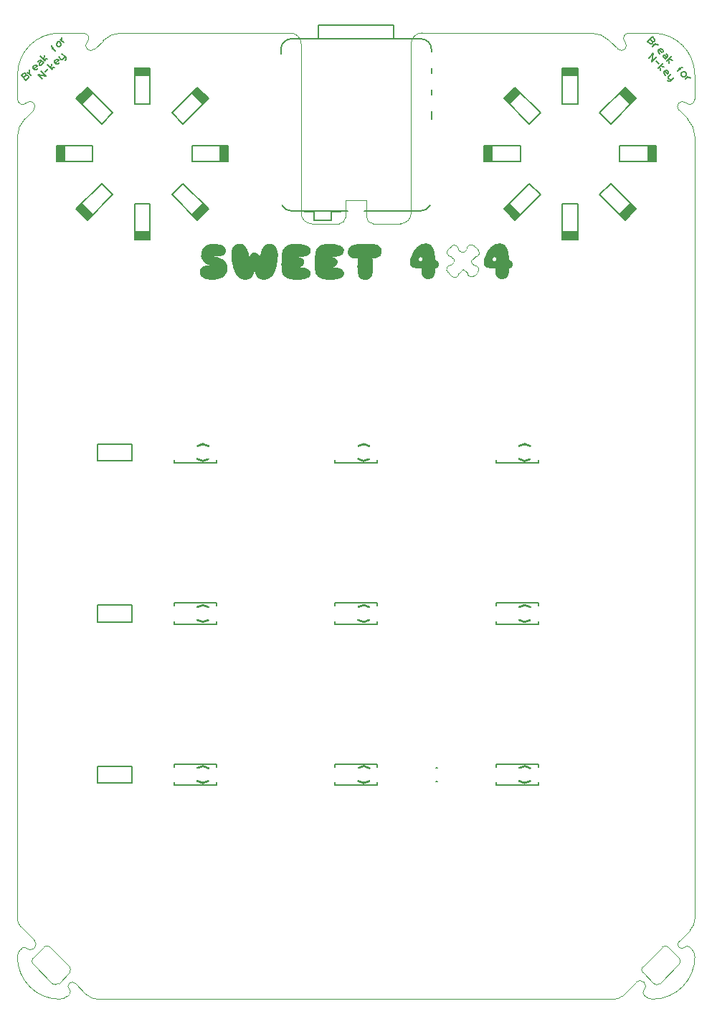
<source format=gto>
G04*
G04 #@! TF.GenerationSoftware,Altium Limited,Altium Designer,24.7.2 (38)*
G04*
G04 Layer_Color=65535*
%FSLAX25Y25*%
%MOIN*%
G70*
G04*
G04 #@! TF.SameCoordinates,4FB6B1DA-FF44-45C5-9F46-3DC55F4CF08E*
G04*
G04*
G04 #@! TF.FilePolarity,Positive*
G04*
G01*
G75*
%ADD10C,0.00984*%
%ADD11C,0.00787*%
%ADD12C,0.00787*%
%ADD13C,0.00591*%
G04:AMPARAMS|DCode=14|XSize=38.66mil|YSize=72.84mil|CornerRadius=0mil|HoleSize=0mil|Usage=FLASHONLY|Rotation=45.000|XOffset=0mil|YOffset=0mil|HoleType=Round|Shape=Rectangle|*
%AMROTATEDRECTD14*
4,1,4,0.01208,-0.03942,-0.03942,0.01208,-0.01208,0.03942,0.03942,-0.01208,0.01208,-0.03942,0.0*
%
%ADD14ROTATEDRECTD14*%

%ADD15R,0.07284X0.03866*%
%ADD16R,0.03866X0.07284*%
G04:AMPARAMS|DCode=17|XSize=38.66mil|YSize=72.84mil|CornerRadius=0mil|HoleSize=0mil|Usage=FLASHONLY|Rotation=135.000|XOffset=0mil|YOffset=0mil|HoleType=Round|Shape=Rectangle|*
%AMROTATEDRECTD17*
4,1,4,0.03942,0.01208,-0.01208,-0.03942,-0.03942,-0.01208,0.01208,0.03942,0.03942,0.01208,0.0*
%
%ADD17ROTATEDRECTD17*%

%ADD18C,0.00394*%
G36*
X163591Y337198D02*
X163580Y337247D01*
X163563Y337345D01*
X163552Y337444D01*
X163545Y337544D01*
X163545Y337594D01*
X163545D01*
X163542Y337729D01*
X163556Y337999D01*
X163590Y338267D01*
X163643Y338532D01*
X163680Y338662D01*
X163680Y338662D01*
X163711Y338771D01*
X163792Y338982D01*
X163890Y339185D01*
X164005Y339380D01*
X164071Y339472D01*
X164132Y339556D01*
X164267Y339714D01*
X164413Y339861D01*
X164571Y339996D01*
X164655Y340057D01*
Y340057D01*
X164737Y340117D01*
X164910Y340226D01*
X165088Y340325D01*
X165272Y340413D01*
X165367Y340452D01*
Y340452D01*
X165461Y340490D01*
X165653Y340559D01*
X165848Y340619D01*
X166045Y340670D01*
X166144Y340692D01*
Y340692D01*
X166241Y340713D01*
X166435Y340749D01*
X166629Y340778D01*
X166825Y340802D01*
X166923Y340811D01*
X166923D01*
Y340811D01*
X167086Y340825D01*
X167413Y340841D01*
X167740Y340844D01*
X168067Y340835D01*
X168230Y340824D01*
Y340824D01*
X168299Y340820D01*
X168437Y340808D01*
X168574Y340794D01*
X168711Y340777D01*
X168779Y340767D01*
X168779Y340767D01*
X168596Y340808D01*
X168233Y340906D01*
X167876Y341020D01*
X167523Y341151D01*
X167350Y341223D01*
Y341223D01*
X167350D01*
X167205Y341284D01*
X166922Y341421D01*
X166646Y341572D01*
X166377Y341737D01*
X166247Y341826D01*
X166247Y341826D01*
X165747Y342168D01*
X164947Y343079D01*
X164399Y344160D01*
X164137Y345343D01*
X164157Y345949D01*
X164157Y345949D01*
X164157Y346007D01*
X164162Y346125D01*
X164172Y346243D01*
X164185Y346360D01*
X164193Y346418D01*
X164193Y346418D01*
X164215Y346578D01*
X164274Y346894D01*
X164350Y347206D01*
X164443Y347514D01*
X164497Y347666D01*
X164497Y347666D01*
Y347666D01*
X164620Y348017D01*
X164979Y348670D01*
X165444Y349252D01*
X166000Y349747D01*
X166316Y349944D01*
Y349944D01*
X166316Y349944D01*
X166404Y349999D01*
X166584Y350101D01*
X166769Y350196D01*
X166957Y350282D01*
X167053Y350322D01*
Y350322D01*
X167053Y350322D01*
X167279Y350412D01*
X167745Y350556D01*
X168220Y350663D01*
X168702Y350730D01*
X168946Y350744D01*
X168946Y350744D01*
X168946Y350744D01*
X169006Y350748D01*
X169126Y350753D01*
X169247Y350755D01*
X169367Y350753D01*
X169428Y350750D01*
X169428D01*
X169625Y350759D01*
X170020Y350769D01*
X170415Y350771D01*
X170809Y350764D01*
X171007Y350756D01*
X171007Y350756D01*
Y350756D01*
X171169Y350750D01*
X171494Y350728D01*
X171818Y350698D01*
X172141Y350659D01*
X172301Y350635D01*
D01*
X172433Y350615D01*
X172694Y350567D01*
X172954Y350510D01*
X173211Y350444D01*
X173338Y350406D01*
X173442Y350375D01*
X173647Y350305D01*
X173849Y350226D01*
X174047Y350138D01*
X174144Y350089D01*
X174144Y350089D01*
X174224Y350049D01*
X174380Y349961D01*
X174531Y349865D01*
X174677Y349761D01*
X174747Y349705D01*
X174909Y349579D01*
X175184Y349274D01*
X175401Y348925D01*
X175555Y348545D01*
X175597Y348343D01*
D01*
X175619Y348235D01*
X175646Y348015D01*
X175655Y347793D01*
X175648Y347571D01*
X175636Y347461D01*
X175635Y347461D01*
X175625Y347355D01*
X175584Y347146D01*
X175523Y346942D01*
X175443Y346745D01*
X175394Y346651D01*
X175394D01*
X175347Y346564D01*
X175239Y346399D01*
X175116Y346244D01*
X174980Y346101D01*
X174906Y346036D01*
X174906D01*
X174830Y345970D01*
X174670Y345848D01*
X174502Y345736D01*
X174327Y345636D01*
X174236Y345592D01*
D01*
X174142Y345546D01*
X173948Y345462D01*
X173751Y345387D01*
X173550Y345321D01*
X173449Y345292D01*
X173449Y345292D01*
X173345Y345263D01*
X173136Y345211D01*
X172925Y345165D01*
X172713Y345126D01*
X172607Y345110D01*
X172503Y345094D01*
X172296Y345067D01*
X172087Y345044D01*
X171879Y345026D01*
X171774Y345019D01*
Y345019D01*
X171602Y345008D01*
X171257Y344996D01*
X170912Y344994D01*
X170567Y345001D01*
X170395Y345009D01*
Y345009D01*
X170323Y345012D01*
X170179Y345021D01*
X170036Y345031D01*
X169893Y345044D01*
X169821Y345052D01*
Y345052D01*
X169821D01*
X170057Y345022D01*
X170526Y344947D01*
X170992Y344856D01*
X171454Y344750D01*
X171684Y344689D01*
X171684Y344689D01*
X171873Y344639D01*
X172247Y344525D01*
X172616Y344395D01*
X172980Y344252D01*
X173159Y344173D01*
X173159Y344173D01*
X173307Y344108D01*
X173597Y343964D01*
X173881Y343808D01*
X174157Y343639D01*
X174292Y343548D01*
X174292D01*
X174404Y343472D01*
X174621Y343310D01*
X174830Y343138D01*
X175031Y342956D01*
X175127Y342860D01*
X175127D01*
X175208Y342779D01*
X175363Y342609D01*
X175509Y342433D01*
X175646Y342249D01*
X175711Y342154D01*
X175711Y342154D01*
X175811Y342007D01*
X175986Y341697D01*
X176134Y341374D01*
X176255Y341040D01*
X176302Y340868D01*
X176302Y340868D01*
X176302Y340868D01*
X176318Y340808D01*
X176346Y340686D01*
X176371Y340564D01*
X176391Y340441D01*
X176399Y340379D01*
Y340379D01*
X176407Y340323D01*
X176418Y340212D01*
X176424Y340101D01*
X176425Y339989D01*
X176423Y339933D01*
X176423Y339933D01*
X176424Y339741D01*
X176404Y339358D01*
X176362Y338977D01*
X176298Y338599D01*
X176254Y338412D01*
X176254D01*
X176186Y338109D01*
X175972Y337526D01*
X175685Y336975D01*
X175331Y336466D01*
X175122Y336235D01*
X175122D01*
X175030Y336135D01*
X174835Y335943D01*
X174629Y335762D01*
X174415Y335593D01*
X174303Y335514D01*
X174197Y335440D01*
X173980Y335300D01*
X173757Y335170D01*
X173528Y335049D01*
X173412Y334994D01*
Y334994D01*
X173129Y334863D01*
X172545Y334645D01*
X171946Y334474D01*
X171336Y334349D01*
X171027Y334311D01*
D01*
X170949Y334300D01*
X170792Y334283D01*
X170636Y334270D01*
X170479Y334261D01*
X170400Y334259D01*
X170166Y334241D01*
X169696Y334218D01*
X169225Y334211D01*
X168755Y334218D01*
X168520Y334228D01*
Y334228D01*
X168520Y334228D01*
X168331Y334237D01*
X167954Y334268D01*
X167578Y334313D01*
X167205Y334373D01*
X167019Y334410D01*
X167019Y334410D01*
X166870Y334439D01*
X166575Y334512D01*
X166284Y334598D01*
X165997Y334698D01*
X165855Y334754D01*
Y334754D01*
X165741Y334800D01*
X165517Y334903D01*
X165299Y335018D01*
X165088Y335144D01*
X164986Y335212D01*
Y335212D01*
X164830Y335315D01*
X164543Y335553D01*
X164283Y335820D01*
X164055Y336115D01*
X163957Y336273D01*
X163892Y336380D01*
X163780Y336604D01*
X163688Y336836D01*
X163616Y337076D01*
X163591Y337198D01*
X163591D01*
D02*
G37*
G36*
X180334Y336945D02*
X180417Y336812D01*
X180592Y336553D01*
X180777Y336301D01*
X180973Y336056D01*
X181075Y335938D01*
X181075Y335938D01*
Y335938D01*
X181135Y335869D01*
X181259Y335734D01*
X181387Y335603D01*
X181518Y335476D01*
X181586Y335414D01*
Y335414D01*
X181657Y335348D01*
X181804Y335222D01*
X181956Y335102D01*
X182111Y334986D01*
X182191Y334932D01*
X182191Y334932D01*
X182274Y334875D01*
X182445Y334768D01*
X182620Y334668D01*
X182799Y334577D01*
X182891Y334535D01*
X182891Y334535D01*
X183089Y334444D01*
X183501Y334306D01*
X183926Y334213D01*
X184359Y334166D01*
X184576Y334166D01*
X184576Y334166D01*
X185074Y334156D01*
X186042Y334386D01*
X186922Y334853D01*
X187656Y335526D01*
X187927Y335944D01*
X187927Y335944D01*
X187927Y335944D01*
X187988Y336033D01*
X188104Y336215D01*
X188214Y336403D01*
X188316Y336594D01*
X188363Y336691D01*
X188363Y336691D01*
X188408Y336782D01*
X188491Y336966D01*
X188570Y337153D01*
X188643Y337343D01*
X188677Y337438D01*
X188677D01*
Y337438D01*
X188748Y337637D01*
X188868Y338041D01*
X188968Y338451D01*
X189047Y338865D01*
X189076Y339074D01*
Y339074D01*
X189076Y339074D01*
X189079Y339092D01*
X189083Y339127D01*
X189087Y339162D01*
X189091Y339198D01*
X189093Y339215D01*
X189093Y339215D01*
X189092Y339150D01*
X189094Y339020D01*
X189099Y338890D01*
X189108Y338760D01*
X189114Y338695D01*
Y338695D01*
X189134Y338440D01*
X189213Y337935D01*
X189329Y337438D01*
X189484Y336951D01*
X189579Y336714D01*
X189579Y336714D01*
X189619Y336617D01*
X189707Y336428D01*
X189803Y336243D01*
X189907Y336062D01*
X189963Y335974D01*
X190022Y335881D01*
X190149Y335703D01*
X190286Y335533D01*
X190432Y335370D01*
X190509Y335293D01*
X190509D01*
X190683Y335121D01*
X191076Y334826D01*
X191504Y334588D01*
X191961Y334410D01*
X192199Y334352D01*
D01*
Y334352D01*
X192347Y334317D01*
X192645Y334263D01*
X192946Y334228D01*
X193249Y334211D01*
X193401Y334212D01*
X193401Y334212D01*
X193401Y334212D01*
X193444Y334211D01*
X193531Y334211D01*
X193618Y334214D01*
X193705Y334220D01*
X193748Y334224D01*
X193797Y334227D01*
X193895Y334238D01*
X193993Y334250D01*
X194090Y334264D01*
X194139Y334272D01*
X194679Y334361D01*
X195699Y334761D01*
X196614Y335364D01*
X197383Y336143D01*
X197679Y336604D01*
Y336604D01*
X197679Y336604D01*
X197753Y336717D01*
X197892Y336948D01*
X198021Y337184D01*
X198141Y337425D01*
X198196Y337548D01*
X198196D01*
X198219Y337596D01*
X198264Y337692D01*
X198307Y337788D01*
X198349Y337886D01*
X198369Y337935D01*
X198369Y337935D01*
X198369Y337935D01*
X198393Y337993D01*
X198441Y338110D01*
X198488Y338227D01*
X198533Y338345D01*
X198556Y338404D01*
Y338404D01*
X198586Y338483D01*
X198644Y338643D01*
X198701Y338803D01*
X198756Y338963D01*
X198782Y339043D01*
X198782Y339043D01*
X198782Y339043D01*
X198854Y339259D01*
X198987Y339694D01*
X199111Y340132D01*
X199224Y340573D01*
X199276Y340795D01*
X199276Y340795D01*
Y340795D01*
X199422Y341423D01*
X199643Y342694D01*
X199790Y343976D01*
X199863Y345264D01*
X199862Y345910D01*
X199862Y345910D01*
X199863Y345976D01*
X199860Y346108D01*
X199855Y346241D01*
X199846Y346373D01*
X199840Y346439D01*
X199821Y346697D01*
X199744Y347208D01*
X199630Y347712D01*
X199480Y348207D01*
X199388Y348448D01*
X199388D01*
X199388Y348448D01*
X199349Y348546D01*
X199265Y348737D01*
X199172Y348924D01*
X199071Y349107D01*
X199017Y349196D01*
Y349196D01*
X198961Y349289D01*
X198839Y349467D01*
X198708Y349639D01*
X198567Y349802D01*
X198492Y349880D01*
X198492Y349880D01*
X198221Y350153D01*
X197577Y350571D01*
X196859Y350844D01*
X196100Y350959D01*
X195717Y350935D01*
X195717D01*
X195662Y350933D01*
X195554Y350923D01*
X195446Y350908D01*
X195339Y350888D01*
X195286Y350875D01*
X195286Y350875D01*
X195226Y350861D01*
X195109Y350830D01*
X194993Y350794D01*
X194878Y350754D01*
X194821Y350732D01*
X194821D01*
X194821D01*
X194659Y350668D01*
X194347Y350510D01*
X194050Y350324D01*
X193772Y350113D01*
X193644Y349994D01*
X193644Y349994D01*
X193559Y349917D01*
X193397Y349753D01*
X193243Y349581D01*
X193098Y349402D01*
X193030Y349309D01*
X193030D01*
X192948Y349197D01*
X192796Y348965D01*
X192655Y348725D01*
X192525Y348479D01*
X192466Y348353D01*
Y348353D01*
X192394Y348200D01*
X192265Y347886D01*
X192148Y347568D01*
X192046Y347245D01*
X192002Y347081D01*
X192002Y347081D01*
X191947Y346880D01*
X191854Y346475D01*
X191775Y346066D01*
X191711Y345655D01*
X191687Y345448D01*
X191687Y345448D01*
X191657Y345194D01*
X191612Y344685D01*
X191583Y344175D01*
X191569Y343664D01*
X191570Y343408D01*
X191571Y343453D01*
X191571Y343544D01*
X191568Y343634D01*
X191564Y343724D01*
X191561Y343770D01*
X191561Y343770D01*
X191554Y343878D01*
X191531Y344095D01*
X191500Y344311D01*
X191461Y344526D01*
X191437Y344632D01*
X191437Y344632D01*
X191422Y344698D01*
X191388Y344828D01*
X191351Y344957D01*
X191309Y345085D01*
X191287Y345148D01*
X191287Y345148D01*
X191263Y345215D01*
X191211Y345346D01*
X191153Y345475D01*
X191090Y345602D01*
X191056Y345664D01*
X191056D01*
X191056D01*
X191021Y345728D01*
X190944Y345851D01*
X190861Y345970D01*
X190772Y346085D01*
X190724Y346140D01*
X190675Y346196D01*
X190569Y346302D01*
X190457Y346400D01*
X190338Y346491D01*
X190275Y346532D01*
X190275D01*
X190275Y346532D01*
X190128Y346626D01*
X189810Y346768D01*
X189474Y346863D01*
X189128Y346908D01*
X188954Y346905D01*
Y346905D01*
X188921Y346906D01*
X188856Y346905D01*
X188792Y346902D01*
X188727Y346897D01*
X188695Y346892D01*
X188695D01*
X188436Y346863D01*
X187947Y346682D01*
X187515Y346391D01*
X187165Y346006D01*
X187040Y345777D01*
X187040Y345777D01*
X187000Y345706D01*
X186927Y345559D01*
X186863Y345409D01*
X186807Y345255D01*
X186783Y345177D01*
X186754Y345081D01*
X186705Y344888D01*
X186665Y344692D01*
X186634Y344494D01*
X186623Y344395D01*
X186623D01*
X186610Y344272D01*
X186592Y344026D01*
X186584Y343779D01*
X186586Y343531D01*
X186591Y343408D01*
X186591Y343408D01*
X186592Y343506D01*
X186591Y343702D01*
X186586Y343898D01*
X186577Y344093D01*
X186571Y344191D01*
Y344191D01*
X186557Y344426D01*
X186514Y344895D01*
X186456Y345362D01*
X186382Y345827D01*
X186338Y346058D01*
X186338D01*
Y346058D01*
X186310Y346199D01*
X186248Y346479D01*
X186179Y346758D01*
X186103Y347034D01*
X186061Y347172D01*
X186061Y347172D01*
X186018Y347314D01*
X185922Y347597D01*
X185815Y347876D01*
X185698Y348150D01*
X185635Y348286D01*
Y348286D01*
X185573Y348421D01*
X185433Y348685D01*
X185281Y348941D01*
X185117Y349189D01*
X185028Y349309D01*
X185028D01*
X184941Y349428D01*
X184749Y349653D01*
X184544Y349865D01*
X184324Y350061D01*
X184207Y350152D01*
Y350152D01*
X183950Y350348D01*
X183376Y350649D01*
X182760Y350849D01*
X182120Y350942D01*
X181796Y350935D01*
Y350935D01*
X181746Y350934D01*
X181647Y350928D01*
X181548Y350919D01*
X181450Y350906D01*
X181401Y350897D01*
Y350897D01*
X180895Y350821D01*
X179968Y350393D01*
X179198Y349722D01*
X178646Y348861D01*
X178503Y348371D01*
X178460Y348238D01*
X178387Y347967D01*
X178328Y347693D01*
X178283Y347416D01*
X178267Y347277D01*
X178267D01*
X178248Y347107D01*
X178225Y346765D01*
X178215Y346423D01*
X178220Y346080D01*
X178229Y345910D01*
D01*
X178229Y345910D01*
X178230Y345849D01*
X178232Y345727D01*
X178235Y345606D01*
X178240Y345484D01*
X178243Y345424D01*
X178246Y345353D01*
X178253Y345212D01*
X178261Y345072D01*
X178270Y344931D01*
X178275Y344861D01*
X178275D01*
X178275Y344861D01*
X178317Y344249D01*
X178462Y343030D01*
X178667Y341820D01*
X178933Y340622D01*
X179095Y340030D01*
X179095D01*
X179095Y340030D01*
X179136Y339884D01*
X179223Y339592D01*
X179315Y339301D01*
X179411Y339012D01*
X179462Y338868D01*
Y338868D01*
X179513Y338721D01*
X179622Y338430D01*
X179737Y338140D01*
X179857Y337853D01*
X179920Y337710D01*
X179920Y337710D01*
X179941Y337663D01*
X179985Y337570D01*
X180031Y337478D01*
X180079Y337387D01*
X180104Y337342D01*
X180104Y337342D01*
X180131Y337291D01*
X180187Y337191D01*
X180245Y337092D01*
X180304Y336993D01*
X180334Y336945D01*
X180334Y336945D01*
D02*
G37*
G36*
X202097Y336814D02*
X202130Y336752D01*
X202202Y336631D01*
X202279Y336512D01*
X202360Y336397D01*
X202403Y336342D01*
X202403Y336342D01*
X202456Y336273D01*
X202569Y336139D01*
X202688Y336012D01*
X202812Y335889D01*
X202876Y335830D01*
X202955Y335760D01*
X203118Y335625D01*
X203287Y335499D01*
X203461Y335380D01*
X203551Y335324D01*
X203660Y335257D01*
X203884Y335133D01*
X204112Y335018D01*
X204345Y334913D01*
X204464Y334866D01*
X204464Y334866D01*
X204608Y334809D01*
X204902Y334705D01*
X205198Y334614D01*
X205499Y334534D01*
X205650Y334499D01*
X205650Y334499D01*
X205835Y334458D01*
X206206Y334387D01*
X206580Y334329D01*
X206956Y334283D01*
X207144Y334267D01*
X207373Y334247D01*
X207833Y334220D01*
X208293Y334207D01*
X208753Y334206D01*
X208983Y334212D01*
X208983Y334212D01*
X208983Y334212D01*
X209061Y334212D01*
X209216Y334213D01*
X209372Y334217D01*
X209528Y334222D01*
X209606Y334226D01*
X209606D01*
X209793Y334235D01*
X210166Y334261D01*
X210539Y334296D01*
X210911Y334340D01*
X211097Y334367D01*
X211209Y334383D01*
X211433Y334420D01*
X211657Y334461D01*
X211880Y334506D01*
X211991Y334531D01*
X211991Y334531D01*
X212105Y334556D01*
X212331Y334613D01*
X212556Y334676D01*
X212779Y334745D01*
X212890Y334783D01*
X212890D01*
X212998Y334819D01*
X213210Y334900D01*
X213418Y334990D01*
X213623Y335088D01*
X213723Y335141D01*
X213723D01*
X213817Y335190D01*
X213999Y335300D01*
X214174Y335421D01*
X214341Y335553D01*
X214420Y335624D01*
X214420Y335624D01*
X214420Y335624D01*
X214494Y335690D01*
X214631Y335836D01*
X214754Y335993D01*
X214863Y336161D01*
X214909Y336250D01*
X214909Y336250D01*
X214956Y336341D01*
X215030Y336533D01*
X215084Y336732D01*
X215115Y336935D01*
X215121Y337038D01*
X215121D01*
X215121Y337038D01*
X215123Y337077D01*
X215123Y337156D01*
X215120Y337235D01*
X215111Y337314D01*
X215105Y337353D01*
X215105Y337353D01*
X215099Y337396D01*
X215084Y337481D01*
X215064Y337565D01*
X215042Y337649D01*
X215029Y337691D01*
D01*
X214991Y337808D01*
X214892Y338035D01*
X214770Y338250D01*
X214626Y338451D01*
X214544Y338543D01*
X214490Y338605D01*
X214375Y338722D01*
X214253Y338832D01*
X214126Y338936D01*
X214060Y338984D01*
X214060Y338984D01*
X214060Y338984D01*
X213978Y339043D01*
X213809Y339152D01*
X213634Y339253D01*
X213454Y339344D01*
X213362Y339385D01*
Y339385D01*
X213247Y339436D01*
X213014Y339527D01*
X212776Y339609D01*
X212535Y339679D01*
X212413Y339709D01*
X212413D01*
X212413D01*
X212261Y339746D01*
X211953Y339810D01*
X211643Y339863D01*
X211331Y339904D01*
X211175Y339919D01*
X210980Y339938D01*
X210588Y339965D01*
X210196Y339980D01*
X209804Y339983D01*
X209608Y339979D01*
Y339979D01*
X209641Y339986D01*
X209706Y340001D01*
X209771Y340018D01*
X209836Y340036D01*
X209868Y340045D01*
D01*
X209868Y340045D01*
X209997Y340083D01*
X210251Y340172D01*
X210500Y340277D01*
X210741Y340396D01*
X210859Y340463D01*
X210907Y340491D01*
X211001Y340549D01*
X211094Y340611D01*
X211185Y340676D01*
X211229Y340710D01*
X211229Y340710D01*
X211275Y340745D01*
X211363Y340819D01*
X211448Y340896D01*
X211530Y340978D01*
X211569Y341020D01*
X211569Y341020D01*
X211569Y341020D01*
X211609Y341063D01*
X211684Y341155D01*
X211754Y341250D01*
X211819Y341348D01*
X211849Y341399D01*
X211849Y341399D01*
Y341399D01*
X211914Y341512D01*
X212013Y341751D01*
X212078Y342002D01*
X212110Y342259D01*
X212109Y342388D01*
X212109D01*
X212113Y342413D01*
X212118Y342463D01*
X212121Y342513D01*
X212121Y342563D01*
X212120Y342588D01*
X212118Y342616D01*
X212114Y342671D01*
X212107Y342727D01*
X212099Y342782D01*
X212094Y342809D01*
X212094Y342809D01*
X212078Y342888D01*
X212031Y343041D01*
X211970Y343190D01*
X211895Y343332D01*
X211851Y343399D01*
Y343399D01*
X211822Y343443D01*
X211760Y343530D01*
X211693Y343612D01*
X211621Y343691D01*
X211584Y343729D01*
X211584Y343729D01*
Y343729D01*
X211538Y343775D01*
X211442Y343862D01*
X211342Y343944D01*
X211238Y344022D01*
X211184Y344058D01*
Y344058D01*
X211118Y344102D01*
X210982Y344185D01*
X210842Y344262D01*
X210699Y344333D01*
X210627Y344366D01*
D01*
X210536Y344406D01*
X210354Y344480D01*
X210168Y344547D01*
X209981Y344607D01*
X209886Y344634D01*
Y344634D01*
X209769Y344667D01*
X209532Y344726D01*
X209295Y344779D01*
X209056Y344824D01*
X208935Y344843D01*
X208936D01*
X209016Y344837D01*
X209177Y344826D01*
X209338Y344817D01*
X209500Y344812D01*
X209581Y344810D01*
X209773Y344806D01*
X210157Y344808D01*
X210541Y344823D01*
X210925Y344848D01*
X211116Y344867D01*
X211231Y344879D01*
X211461Y344907D01*
X211690Y344941D01*
X211917Y344981D01*
X212031Y345003D01*
X212147Y345026D01*
X212377Y345079D01*
X212606Y345141D01*
X212831Y345210D01*
X212943Y345249D01*
X212943Y345249D01*
X212943Y345249D01*
X213052Y345286D01*
X213266Y345372D01*
X213476Y345469D01*
X213680Y345576D01*
X213779Y345635D01*
X213874Y345691D01*
X214055Y345817D01*
X214227Y345957D01*
X214388Y346108D01*
X214462Y346190D01*
X214462Y346190D01*
X214620Y346367D01*
X214860Y346774D01*
X215018Y347220D01*
X215086Y347688D01*
X215074Y347925D01*
X215074Y347925D01*
X215078Y347961D01*
X215081Y348033D01*
X215078Y348105D01*
X215071Y348177D01*
X215065Y348213D01*
X215065Y348213D01*
X215058Y348253D01*
X215042Y348332D01*
X215021Y348410D01*
X214997Y348487D01*
X214983Y348525D01*
X214983Y348525D01*
X214982Y348525D01*
X214964Y348575D01*
X214920Y348674D01*
X214871Y348769D01*
X214816Y348862D01*
X214786Y348907D01*
X214786Y348907D01*
X214748Y348964D01*
X214664Y349074D01*
X214575Y349179D01*
X214479Y349279D01*
X214429Y349326D01*
Y349326D01*
X214364Y349386D01*
X214228Y349500D01*
X214087Y349606D01*
X213940Y349705D01*
X213864Y349751D01*
X213864Y349751D01*
X213766Y349810D01*
X213565Y349918D01*
X213360Y350018D01*
X213151Y350109D01*
X213044Y350149D01*
X212907Y350202D01*
X212630Y350296D01*
X212349Y350381D01*
X212066Y350457D01*
X211923Y350489D01*
X211923D01*
X211923Y350489D01*
X211741Y350531D01*
X211375Y350603D01*
X211008Y350666D01*
X210639Y350718D01*
X210454Y350739D01*
X210453Y350739D01*
Y350739D01*
X210221Y350765D01*
X209756Y350807D01*
X209290Y350839D01*
X208823Y350861D01*
X208589Y350866D01*
Y350866D01*
X208511Y350872D01*
X208354Y350880D01*
X208197Y350886D01*
X208040Y350888D01*
X207962Y350887D01*
X207652Y350888D01*
X207033Y350852D01*
X206418Y350780D01*
X205809Y350670D01*
X205508Y350597D01*
X205508D01*
X205386Y350566D01*
X205146Y350497D01*
X204907Y350419D01*
X204672Y350333D01*
X204556Y350286D01*
X204556D01*
X204437Y350237D01*
X204205Y350130D01*
X203978Y350012D01*
X203757Y349883D01*
X203649Y349814D01*
X203649Y349814D01*
X203540Y349743D01*
X203331Y349589D01*
X203132Y349423D01*
X202943Y349244D01*
X202854Y349149D01*
Y349149D01*
X202660Y348938D01*
X202337Y348463D01*
X202087Y347946D01*
X201916Y347397D01*
X201871Y347113D01*
Y347113D01*
X201871Y347113D01*
X201860Y347038D01*
X201839Y346887D01*
X201819Y346737D01*
X201800Y346586D01*
X201791Y346510D01*
Y346510D01*
X201780Y346424D01*
X201760Y346251D01*
X201740Y346078D01*
X201721Y345905D01*
X201712Y345818D01*
X201712Y345818D01*
X201712Y345818D01*
X201671Y345427D01*
X201604Y344644D01*
X201551Y343859D01*
X201513Y343074D01*
X201501Y342681D01*
X201501D01*
Y342681D01*
X201497Y342523D01*
X201490Y342208D01*
X201487Y341893D01*
X201486Y341577D01*
X201488Y341420D01*
X201489Y341257D01*
X201495Y340932D01*
X201505Y340607D01*
X201519Y340282D01*
X201527Y340120D01*
X201527Y340120D01*
Y340120D01*
X201536Y339957D01*
X201558Y339633D01*
X201585Y339308D01*
X201617Y338984D01*
X201635Y338823D01*
X201635Y338823D01*
X201653Y338665D01*
X201694Y338351D01*
X201742Y338038D01*
X201795Y337726D01*
X201825Y337570D01*
X201825D01*
X201825Y337570D01*
X201832Y337524D01*
X201852Y337431D01*
X201876Y337340D01*
X201905Y337250D01*
X201922Y337206D01*
X201941Y337155D01*
X201981Y337056D01*
X202025Y336958D01*
X202072Y336862D01*
X202097Y336814D01*
Y336814D01*
D02*
G37*
G36*
X217569D02*
X217603Y336752D01*
X217674Y336631D01*
X217751Y336512D01*
X217832Y336397D01*
X217875Y336342D01*
X217875D01*
X217929Y336273D01*
X218041Y336139D01*
X218160Y336012D01*
X218283Y335889D01*
X218348Y335830D01*
X218348Y335830D01*
X218426Y335760D01*
X218590Y335626D01*
X218759Y335499D01*
X218933Y335380D01*
X219023Y335324D01*
X219023Y335324D01*
X219023Y335324D01*
X219132Y335257D01*
X219355Y335133D01*
X219584Y335018D01*
X219817Y334913D01*
X219936Y334866D01*
X219936D01*
X219936Y334866D01*
X220080Y334809D01*
X220373Y334705D01*
X220670Y334614D01*
X220970Y334534D01*
X221122Y334499D01*
X221122D01*
X221306Y334458D01*
X221678Y334387D01*
X222052Y334329D01*
X222427Y334283D01*
X222616Y334267D01*
D01*
X222845Y334247D01*
X223304Y334220D01*
X223764Y334207D01*
X224224Y334206D01*
X224454Y334212D01*
X224454D01*
X224532Y334212D01*
X224688Y334213D01*
X224844Y334217D01*
X224999Y334222D01*
X225077Y334226D01*
X225264Y334235D01*
X225638Y334261D01*
X226011Y334296D01*
X226383Y334340D01*
X226568Y334367D01*
X226680Y334383D01*
X226905Y334420D01*
X227129Y334461D01*
X227351Y334506D01*
X227462Y334531D01*
X227462Y334531D01*
X227576Y334556D01*
X227803Y334613D01*
X228028Y334676D01*
X228251Y334745D01*
X228361Y334783D01*
X228361Y334783D01*
X228469Y334819D01*
X228681Y334900D01*
X228889Y334990D01*
X229094Y335088D01*
X229195Y335141D01*
X229195Y335141D01*
X229195D01*
X229289Y335190D01*
X229470Y335300D01*
X229645Y335421D01*
X229812Y335553D01*
X229891Y335624D01*
X229891Y335624D01*
X229891D01*
X229966Y335690D01*
X230103Y335836D01*
X230226Y335993D01*
X230334Y336161D01*
X230381Y336250D01*
X230381Y336250D01*
X230428Y336341D01*
X230502Y336533D01*
X230555Y336732D01*
X230587Y336935D01*
X230592Y337038D01*
D01*
X230594Y337077D01*
X230595Y337156D01*
X230591Y337235D01*
X230583Y337314D01*
X230577Y337353D01*
D01*
X230577Y337353D01*
X230571Y337396D01*
X230555Y337481D01*
X230536Y337565D01*
X230513Y337649D01*
X230500Y337691D01*
X230500Y337691D01*
X230463Y337808D01*
X230364Y338035D01*
X230241Y338250D01*
X230098Y338451D01*
X230016Y338543D01*
D01*
Y338543D01*
X229962Y338605D01*
X229847Y338722D01*
X229725Y338832D01*
X229598Y338936D01*
X229532Y338984D01*
X229450Y339043D01*
X229280Y339152D01*
X229106Y339253D01*
X228926Y339344D01*
X228834Y339385D01*
X228834Y339385D01*
X228719Y339436D01*
X228486Y339527D01*
X228248Y339609D01*
X228007Y339679D01*
X227885Y339709D01*
Y339709D01*
X227732Y339746D01*
X227425Y339810D01*
X227115Y339863D01*
X226803Y339904D01*
X226646Y339919D01*
Y339919D01*
X226451Y339938D01*
X226060Y339965D01*
X225668Y339980D01*
X225275Y339983D01*
X225079Y339979D01*
X225079Y339979D01*
X225112Y339986D01*
X225178Y340001D01*
X225243Y340018D01*
X225307Y340036D01*
X225339Y340045D01*
X225340Y340045D01*
X225469Y340083D01*
X225723Y340172D01*
X225971Y340277D01*
X226213Y340396D01*
X226330Y340463D01*
X226330D01*
X226378Y340491D01*
X226473Y340549D01*
X226566Y340611D01*
X226656Y340676D01*
X226700Y340710D01*
Y340710D01*
X226700Y340710D01*
X226746Y340745D01*
X226834Y340819D01*
X226920Y340896D01*
X227001Y340978D01*
X227040Y341020D01*
X227040Y341020D01*
X227080Y341063D01*
X227156Y341155D01*
X227226Y341250D01*
X227291Y341348D01*
X227321Y341399D01*
Y341399D01*
Y341399D01*
X227385Y341512D01*
X227484Y341751D01*
X227550Y342002D01*
X227582Y342259D01*
X227581Y342388D01*
X227581D01*
X227585Y342413D01*
X227590Y342463D01*
X227592Y342513D01*
X227592Y342563D01*
X227591Y342588D01*
X227591D01*
X227590Y342616D01*
X227586Y342671D01*
X227579Y342727D01*
X227571Y342782D01*
X227565Y342809D01*
X227550Y342888D01*
X227503Y343041D01*
X227442Y343190D01*
X227367Y343332D01*
X227323Y343399D01*
X227323D01*
X227294Y343443D01*
X227232Y343529D01*
X227165Y343612D01*
X227093Y343691D01*
X227056Y343729D01*
X227056Y343729D01*
X227010Y343775D01*
X226914Y343862D01*
X226814Y343944D01*
X226710Y344022D01*
X226656Y344058D01*
X226656Y344058D01*
X226590Y344102D01*
X226454Y344185D01*
X226314Y344262D01*
X226171Y344333D01*
X226099Y344366D01*
Y344366D01*
X226009Y344406D01*
X225826Y344480D01*
X225641Y344547D01*
X225453Y344607D01*
X225358Y344634D01*
X225358Y344634D01*
X225241Y344667D01*
X225005Y344726D01*
X224767Y344779D01*
X224528Y344824D01*
X224408Y344843D01*
X224408Y344843D01*
X224408Y344843D01*
X224488Y344836D01*
X224649Y344826D01*
X224811Y344817D01*
X224972Y344812D01*
X225053Y344810D01*
X225053Y344810D01*
X225245Y344806D01*
X225629Y344808D01*
X226013Y344823D01*
X226397Y344848D01*
X226588Y344867D01*
X226588Y344867D01*
X226703Y344879D01*
X226933Y344907D01*
X227162Y344941D01*
X227389Y344981D01*
X227503Y345003D01*
Y345003D01*
Y345003D01*
X227619Y345026D01*
X227849Y345079D01*
X228077Y345141D01*
X228303Y345210D01*
X228415Y345249D01*
X228415D01*
X228524Y345286D01*
X228738Y345372D01*
X228947Y345469D01*
X229151Y345576D01*
X229251Y345635D01*
X229250Y345635D01*
X229346Y345691D01*
X229527Y345817D01*
X229699Y345957D01*
X229859Y346108D01*
X229934Y346190D01*
X229934Y346190D01*
X230091Y346367D01*
X230332Y346774D01*
X230489Y347220D01*
X230557Y347688D01*
X230546Y347925D01*
X230546Y347925D01*
X230550Y347961D01*
X230552Y348033D01*
X230550Y348105D01*
X230542Y348177D01*
X230536Y348213D01*
X230536D01*
X230530Y348253D01*
X230513Y348332D01*
X230493Y348410D01*
X230468Y348487D01*
X230454Y348525D01*
X230454D01*
X230435Y348575D01*
X230391Y348674D01*
X230342Y348769D01*
X230287Y348862D01*
X230258Y348907D01*
X230258Y348907D01*
Y348907D01*
X230219Y348964D01*
X230136Y349074D01*
X230046Y349179D01*
X229951Y349279D01*
X229900Y349326D01*
X229900Y349326D01*
X229835Y349386D01*
X229699Y349500D01*
X229558Y349606D01*
X229411Y349705D01*
X229335Y349751D01*
X229237Y349809D01*
X229037Y349918D01*
X228831Y350018D01*
X228622Y350109D01*
X228515Y350149D01*
X228515Y350149D01*
X228379Y350202D01*
X228101Y350296D01*
X227821Y350382D01*
X227537Y350457D01*
X227394Y350489D01*
X227394D01*
X227213Y350531D01*
X226847Y350603D01*
X226479Y350666D01*
X226110Y350718D01*
X225925Y350739D01*
X225925Y350739D01*
X225925Y350739D01*
X225693Y350765D01*
X225227Y350807D01*
X224761Y350839D01*
X224294Y350861D01*
X224060Y350866D01*
X224060Y350866D01*
X224060Y350866D01*
X223982Y350872D01*
X223825Y350880D01*
X223668Y350886D01*
X223511Y350888D01*
X223433Y350887D01*
X223433Y350887D01*
X223123Y350888D01*
X222505Y350852D01*
X221890Y350780D01*
X221281Y350670D01*
X220980Y350597D01*
X220980Y350597D01*
X220858Y350566D01*
X220617Y350497D01*
X220379Y350419D01*
X220144Y350333D01*
X220028Y350286D01*
X219909Y350237D01*
X219677Y350130D01*
X219450Y350012D01*
X219228Y349883D01*
X219121Y349814D01*
D01*
X219012Y349743D01*
X218803Y349589D01*
X218604Y349423D01*
X218415Y349244D01*
X218326Y349149D01*
X218132Y348938D01*
X217809Y348463D01*
X217559Y347946D01*
X217388Y347397D01*
X217344Y347113D01*
X217344D01*
X217333Y347038D01*
X217312Y346887D01*
X217291Y346737D01*
X217272Y346586D01*
X217263Y346510D01*
Y346510D01*
X217263D01*
X217253Y346424D01*
X217232Y346251D01*
X217213Y346078D01*
X217194Y345905D01*
X217185Y345818D01*
X217185D01*
Y345818D01*
X217144Y345427D01*
X217076Y344644D01*
X217023Y343859D01*
X216985Y343074D01*
X216973Y342681D01*
Y342681D01*
X216973Y342681D01*
X216969Y342523D01*
X216963Y342208D01*
X216959Y341893D01*
X216959Y341577D01*
X216960Y341420D01*
X216961Y341257D01*
X216967Y340932D01*
X216977Y340607D01*
X216991Y340282D01*
X217000Y340120D01*
Y340120D01*
X217008Y339957D01*
X217030Y339633D01*
X217057Y339308D01*
X217089Y338984D01*
X217107Y338823D01*
X217107Y338823D01*
X217107Y338823D01*
X217125Y338665D01*
X217166Y338351D01*
X217214Y338038D01*
X217267Y337726D01*
X217297Y337570D01*
X217297Y337570D01*
X217305Y337524D01*
X217324Y337431D01*
X217349Y337340D01*
X217378Y337250D01*
X217394Y337206D01*
X217394Y337206D01*
Y337206D01*
X217413Y337155D01*
X217453Y337056D01*
X217497Y336958D01*
X217544Y336862D01*
X217569Y336814D01*
X217569Y336814D01*
D02*
G37*
G36*
X236827Y339796D02*
X236823Y340205D01*
X236840Y341022D01*
X236882Y341839D01*
X236950Y342653D01*
X236996Y343060D01*
Y343060D01*
X237003Y343123D01*
X237018Y343250D01*
X237034Y343377D01*
X237050Y343504D01*
X237058Y343568D01*
X237066Y343623D01*
X237081Y343734D01*
X237097Y343844D01*
X237114Y343954D01*
X237123Y344010D01*
Y344010D01*
X237106Y344008D01*
X237074Y344005D01*
X237041Y344002D01*
X237008Y344000D01*
X236991Y343999D01*
X236881Y343992D01*
X236660Y343985D01*
X236439Y343984D01*
X236218Y343990D01*
X236107Y343996D01*
X236107Y343996D01*
X236027Y344000D01*
X235867Y344012D01*
X235707Y344028D01*
X235547Y344047D01*
X235468Y344059D01*
X235468D01*
Y344059D01*
X235380Y344071D01*
X235205Y344102D01*
X235031Y344137D01*
X234858Y344178D01*
X234772Y344201D01*
X234772Y344201D01*
X234683Y344225D01*
X234506Y344280D01*
X234332Y344342D01*
X234160Y344412D01*
X234076Y344450D01*
X234076Y344450D01*
X233991Y344489D01*
X233826Y344576D01*
X233665Y344672D01*
X233511Y344777D01*
X233437Y344834D01*
X233361Y344892D01*
X233220Y345019D01*
X233087Y345156D01*
X232966Y345302D01*
X232910Y345380D01*
Y345380D01*
X232784Y345565D01*
X232594Y345970D01*
X232470Y346399D01*
X232414Y346844D01*
X232421Y347067D01*
Y347067D01*
X232421D01*
X232405Y347425D01*
X232532Y348129D01*
X232811Y348787D01*
X233229Y349368D01*
X233498Y349605D01*
X233498D01*
X233678Y349755D01*
X234070Y350012D01*
X234490Y350222D01*
X234932Y350381D01*
X235161Y350434D01*
X235200Y350444D01*
X235279Y350461D01*
X235359Y350477D01*
X235439Y350490D01*
X235479Y350495D01*
Y350495D01*
X235662Y350533D01*
X236028Y350602D01*
X236396Y350664D01*
X236765Y350720D01*
X236950Y350745D01*
X236950Y350745D01*
X237130Y350769D01*
X237491Y350812D01*
X237852Y350849D01*
X238214Y350881D01*
X238395Y350894D01*
D01*
X238569Y350907D01*
X238916Y350927D01*
X239264Y350944D01*
X239612Y350956D01*
X239786Y350960D01*
Y350960D01*
X239786Y350960D01*
X240097Y350967D01*
X240720Y350967D01*
X241343Y350955D01*
X241966Y350931D01*
X242277Y350912D01*
X242277Y350912D01*
X242515Y350898D01*
X242991Y350863D01*
X243467Y350821D01*
X243942Y350771D01*
X244179Y350743D01*
X244179Y350743D01*
X244179D01*
X244261Y350733D01*
X244424Y350712D01*
X244588Y350690D01*
X244751Y350667D01*
X244833Y350656D01*
D01*
X244903Y350645D01*
X245043Y350624D01*
X245183Y350602D01*
X245322Y350578D01*
X245392Y350565D01*
D01*
X245392D01*
X245490Y350545D01*
X245683Y350495D01*
X245873Y350438D01*
X246061Y350372D01*
X246154Y350335D01*
X246514Y350204D01*
X247143Y349765D01*
X247638Y349179D01*
X247964Y348486D01*
X248032Y348109D01*
D01*
X248039Y348074D01*
X248050Y348005D01*
X248060Y347935D01*
X248067Y347865D01*
X248071Y347830D01*
X248071D01*
X248074Y347798D01*
X248078Y347735D01*
X248080Y347672D01*
X248080Y347609D01*
X248079Y347577D01*
X248079D01*
X248075Y347444D01*
X248052Y347179D01*
X248013Y346915D01*
X247959Y346654D01*
X247924Y346526D01*
X247924Y346526D01*
X247871Y346323D01*
X247709Y345938D01*
X247496Y345579D01*
X247234Y345253D01*
X247082Y345110D01*
X247015Y345048D01*
X246874Y344934D01*
X246727Y344827D01*
X246573Y344730D01*
X246494Y344686D01*
X246494Y344686D01*
X246418Y344644D01*
X246263Y344567D01*
X246105Y344498D01*
X245943Y344437D01*
X245861Y344410D01*
X245861Y344410D01*
X245861Y344410D01*
X245784Y344384D01*
X245628Y344339D01*
X245470Y344300D01*
X245312Y344266D01*
X245232Y344252D01*
X245102Y344229D01*
X244841Y344196D01*
X244579Y344175D01*
X244316Y344167D01*
X244184Y344169D01*
X244184Y344169D01*
X244130Y344170D01*
X244020Y344173D01*
X243911Y344180D01*
X243802Y344189D01*
X243747Y344196D01*
Y344196D01*
X243775Y344028D01*
X243828Y343694D01*
X243875Y343358D01*
X243919Y343022D01*
X243938Y342854D01*
D01*
X243972Y342567D01*
X244026Y341992D01*
X244065Y341416D01*
X244089Y340840D01*
X244094Y340551D01*
X244094Y340551D01*
X244094D01*
X244096Y340432D01*
X244098Y340194D01*
X244096Y339955D01*
X244091Y339717D01*
X244087Y339598D01*
X244087D01*
X244084Y339496D01*
X244075Y339291D01*
X244064Y339087D01*
X244051Y338883D01*
X244042Y338781D01*
X244042D01*
X244036Y338697D01*
X244021Y338527D01*
X244004Y338358D01*
X243985Y338189D01*
X243974Y338105D01*
X243966Y338038D01*
X243948Y337905D01*
X243928Y337772D01*
X243907Y337639D01*
X243896Y337573D01*
X243896Y337573D01*
X243888Y337525D01*
X243871Y337428D01*
X243852Y337332D01*
X243833Y337236D01*
X243823Y337188D01*
X243823D01*
X243823Y337188D01*
X243815Y337149D01*
X243797Y337071D01*
X243778Y336993D01*
X243758Y336915D01*
X243747Y336876D01*
X243747Y336876D01*
X243747Y336876D01*
X243727Y336776D01*
X243677Y336579D01*
X243618Y336384D01*
X243551Y336191D01*
X243513Y336097D01*
X243513Y336097D01*
X243357Y335690D01*
X242828Y334998D01*
X242123Y334485D01*
X241302Y334193D01*
X240867Y334170D01*
D01*
X240833Y334167D01*
X240766Y334164D01*
X240698Y334163D01*
X240631Y334165D01*
X240597Y334166D01*
D01*
X240597Y334166D01*
X240587Y334165D01*
X240567Y334164D01*
X240547Y334162D01*
X240527Y334161D01*
X240517Y334161D01*
X240397Y334156D01*
X240156Y334163D01*
X239916Y334187D01*
X239678Y334226D01*
X239561Y334253D01*
X239561Y334253D01*
X239288Y334311D01*
X238772Y334525D01*
X238303Y334829D01*
X237898Y335212D01*
X237733Y335438D01*
X237733D01*
X237733Y335438D01*
X237621Y335600D01*
X237430Y335944D01*
X237276Y336307D01*
X237161Y336683D01*
X237123Y336876D01*
X237098Y336995D01*
X237052Y337234D01*
X237011Y337474D01*
X236975Y337715D01*
X236960Y337836D01*
X236960Y337836D01*
X236944Y337958D01*
X236916Y338204D01*
X236893Y338449D01*
X236873Y338696D01*
X236865Y338819D01*
X236865Y338819D01*
Y338819D01*
X236857Y338941D01*
X236845Y339185D01*
X236835Y339429D01*
X236828Y339674D01*
X236827Y339796D01*
X236827D01*
D02*
G37*
G36*
X268788Y351030D02*
Y351030D01*
X269048Y351010D01*
X269303Y350978D01*
Y350978D01*
X269532Y350935D01*
X269755Y350880D01*
X270012Y350799D01*
X270137Y350753D01*
X270381Y350639D01*
X270615Y350505D01*
X270725Y350429D01*
D01*
X270831Y350355D01*
X271032Y350191D01*
X271220Y350013D01*
X271394Y349822D01*
X271474Y349720D01*
X271474D01*
X271555Y349616D01*
X271707Y349400D01*
X271846Y349176D01*
X271972Y348944D01*
X272029Y348826D01*
X272087Y348704D01*
X272195Y348455D01*
X272292Y348203D01*
X272379Y347947D01*
X272418Y347817D01*
D01*
X272457Y347688D01*
X272528Y347427D01*
X272590Y347164D01*
X272646Y346900D01*
X272670Y346767D01*
X272729Y346434D01*
X272814Y345765D01*
X272868Y345093D01*
X272890Y344419D01*
X272885Y344082D01*
X272884Y343997D01*
X272880Y343826D01*
X272875Y343683D01*
X272860Y343425D01*
X272859Y343400D01*
X272859D01*
D01*
X273142Y343380D01*
X273339Y343343D01*
X273641Y343225D01*
X273812Y343115D01*
X274030Y342939D01*
D01*
X274062Y342907D01*
X274123Y342841D01*
X274180Y342772D01*
X274233Y342699D01*
X274257Y342662D01*
X274280Y342626D01*
X274324Y342553D01*
X274365Y342478D01*
X274402Y342402D01*
X274419Y342363D01*
X274460Y342268D01*
X274527Y342073D01*
X274580Y341874D01*
X274617Y341671D01*
X274628Y341568D01*
X274631Y341543D01*
X274636Y341491D01*
X274640Y341439D01*
X274642Y341387D01*
X274642Y341361D01*
X274643Y341296D01*
X274637Y341168D01*
X274624Y341040D01*
X274605Y340912D01*
X274592Y340849D01*
X274565Y340704D01*
X274463Y340428D01*
X274315Y340172D01*
X274126Y339945D01*
X274014Y339849D01*
D01*
X273984Y339823D01*
X273920Y339773D01*
X273853Y339726D01*
X273785Y339682D01*
X273750Y339661D01*
X273750D01*
X273669Y339614D01*
X273497Y339533D01*
X273320Y339466D01*
X273137Y339414D01*
X273044Y339396D01*
X273044Y339396D01*
X272957Y339384D01*
X272859Y339369D01*
X272859Y339369D01*
X272859Y339369D01*
X272860Y339357D01*
X272890Y339120D01*
X272910Y338893D01*
X272921Y338666D01*
X272922Y338614D01*
X272924Y338323D01*
X272924Y338323D01*
X272915Y338042D01*
X272907Y337911D01*
X272894Y337747D01*
X272884Y337665D01*
X272884Y337665D01*
X272874Y337575D01*
X272849Y337394D01*
X272817Y337215D01*
X272757Y336949D01*
X272757Y336948D01*
X272684Y336687D01*
X272680Y336674D01*
X272618Y336495D01*
X272548Y336318D01*
X272508Y336232D01*
X272429Y336051D01*
X272220Y335714D01*
X271967Y335409D01*
X271673Y335143D01*
X271510Y335031D01*
D01*
X271298Y334900D01*
X270841Y334702D01*
X270360Y334574D01*
X269905Y334523D01*
X269616Y334528D01*
X269328Y334537D01*
X269238Y334542D01*
X268987Y334576D01*
X268740Y334628D01*
X268619Y334663D01*
X268517Y334693D01*
X268319Y334770D01*
X268128Y334862D01*
X267946Y334970D01*
X267859Y335031D01*
X267859Y335031D01*
X267780Y335088D01*
X267631Y335213D01*
X267492Y335349D01*
X267364Y335496D01*
X267306Y335574D01*
X267249Y335650D01*
X267144Y335809D01*
X267049Y335974D01*
X267042Y335988D01*
X266927Y336232D01*
D01*
X266828Y336482D01*
X266823Y336495D01*
X266764Y336675D01*
X266761Y336686D01*
X266692Y336948D01*
Y336948D01*
X266634Y337216D01*
X266604Y337394D01*
X266579Y337575D01*
X266569Y337665D01*
D01*
X266553Y337814D01*
X266533Y338115D01*
X266525Y338415D01*
X266527Y338579D01*
X266537Y338866D01*
X266537Y338866D01*
X266557Y339149D01*
X266582Y339369D01*
X266320Y339371D01*
X266289Y339371D01*
X266173Y339374D01*
X265885Y339383D01*
X265885Y339383D01*
D01*
X265597Y339397D01*
X265437Y339406D01*
X265140Y339429D01*
X264842Y339457D01*
X264694Y339474D01*
X264632Y339481D01*
X264509Y339497D01*
X264386Y339513D01*
X264263Y339531D01*
X264202Y339540D01*
D01*
X264149Y339548D01*
X264044Y339565D01*
X263939Y339583D01*
X263834Y339602D01*
X263782Y339612D01*
X263738Y339621D01*
X263736Y339621D01*
X263551Y339660D01*
X263551Y339660D01*
X263704Y339628D01*
X263537Y339663D01*
X263297Y339718D01*
X263272Y339724D01*
X263195Y339744D01*
X263130Y339761D01*
X263066Y339778D01*
X263048Y339783D01*
X263039Y339786D01*
X262878Y339832D01*
X262866Y339836D01*
X262826Y339849D01*
X262807Y339856D01*
X262685Y339886D01*
X262449Y339974D01*
X262225Y340087D01*
X262014Y340224D01*
X261917Y340303D01*
X261834Y340374D01*
X261684Y340534D01*
X261554Y340711D01*
X261524Y340761D01*
X261401Y341002D01*
X261401Y341002D01*
X261309Y341254D01*
X261286Y341322D01*
X261234Y341543D01*
X261200Y341768D01*
X261192Y341881D01*
X261184Y342004D01*
X261179Y342252D01*
X261187Y342500D01*
X261195Y342592D01*
X261225Y342870D01*
X261225Y342870D01*
X261267Y343144D01*
X261287Y343260D01*
X261339Y343517D01*
X261399Y343773D01*
X261434Y343900D01*
X261468Y344027D01*
X261542Y344279D01*
X261622Y344529D01*
X261707Y344777D01*
X261752Y344900D01*
X261829Y345108D01*
X261994Y345520D01*
X262170Y345928D01*
X262336Y346288D01*
X262455Y346530D01*
X262576Y346771D01*
X262582Y346782D01*
X262670Y346950D01*
X262676Y346960D01*
X262807Y347198D01*
X262942Y347433D01*
X263111Y347709D01*
X263331Y348039D01*
X263518Y348296D01*
X263688Y348517D01*
X263865Y348734D01*
X264014Y348906D01*
X264246Y349153D01*
X264404Y349307D01*
X264614Y349502D01*
X264829Y349686D01*
X264950Y349785D01*
X265186Y349959D01*
X265428Y350123D01*
X265553Y350200D01*
X265915Y350423D01*
X266696Y350755D01*
X267519Y350966D01*
X268364Y351052D01*
X268788Y351030D01*
D02*
G37*
G36*
X303124D02*
X303124Y351030D01*
X303384Y351010D01*
X303640Y350978D01*
X303640Y350978D01*
X303868Y350935D01*
X304091Y350880D01*
X304348Y350799D01*
X304473Y350753D01*
X304717Y350639D01*
X304951Y350505D01*
X305062Y350429D01*
D01*
X305168Y350355D01*
X305368Y350191D01*
X305556Y350013D01*
X305730Y349822D01*
X305810Y349720D01*
X305810Y349720D01*
X305891Y349616D01*
X306043Y349400D01*
X306182Y349176D01*
X306308Y348944D01*
X306365Y348826D01*
X306423Y348704D01*
X306531Y348455D01*
X306628Y348203D01*
X306716Y347947D01*
X306754Y347817D01*
X306754D01*
X306793Y347688D01*
X306864Y347427D01*
X306927Y347164D01*
X306982Y346900D01*
X307007Y346767D01*
X307065Y346434D01*
X307150Y345765D01*
X307204Y345093D01*
X307226Y344419D01*
X307221Y344082D01*
X307221Y343997D01*
X307217Y343826D01*
X307211Y343683D01*
X307196Y343425D01*
X307195Y343400D01*
X307195D01*
D01*
X307478Y343380D01*
X307675Y343343D01*
X307977Y343225D01*
X308149Y343115D01*
X308367Y342939D01*
D01*
X308399Y342907D01*
X308459Y342841D01*
X308516Y342772D01*
X308569Y342699D01*
X308593Y342662D01*
X308617Y342626D01*
X308660Y342553D01*
X308701Y342478D01*
X308738Y342402D01*
X308756Y342363D01*
X308796Y342268D01*
X308863Y342073D01*
X308916Y341874D01*
X308953Y341671D01*
X308964Y341568D01*
X308967Y341543D01*
X308972Y341491D01*
X308976Y341439D01*
X308978Y341387D01*
X308979Y341361D01*
X308979Y341296D01*
X308973Y341168D01*
X308961Y341039D01*
X308942Y340912D01*
X308929Y340849D01*
X308901Y340704D01*
X308799Y340428D01*
X308651Y340172D01*
X308463Y339945D01*
X308351Y339849D01*
D01*
X308320Y339823D01*
X308256Y339773D01*
X308190Y339726D01*
X308122Y339682D01*
X308087Y339661D01*
X308087D01*
X308005Y339614D01*
X307833Y339533D01*
X307656Y339466D01*
X307473Y339414D01*
X307380Y339396D01*
X307380Y339396D01*
X307293Y339384D01*
X307195Y339369D01*
X307195Y339369D01*
X307195Y339369D01*
X307196Y339357D01*
X307227Y339120D01*
X307246Y338893D01*
X307258Y338666D01*
X307259Y338614D01*
X307260Y338323D01*
Y338323D01*
X307252Y338042D01*
X307244Y337911D01*
X307230Y337747D01*
X307221Y337665D01*
X307221D01*
X307211Y337575D01*
X307185Y337394D01*
X307153Y337215D01*
X307093Y336949D01*
X307093Y336948D01*
X307021Y336687D01*
X307017Y336674D01*
X306954Y336495D01*
X306884Y336318D01*
X306844Y336232D01*
X306765Y336051D01*
X306556Y335714D01*
X306303Y335409D01*
X306010Y335143D01*
X305846Y335031D01*
D01*
X305634Y334900D01*
X305177Y334702D01*
X304696Y334574D01*
X304241Y334523D01*
X303952Y334528D01*
X303664Y334537D01*
X303574Y334542D01*
X303324Y334576D01*
X303077Y334628D01*
X302955Y334663D01*
X302853Y334693D01*
X302656Y334770D01*
X302465Y334862D01*
X302282Y334970D01*
X302196Y335031D01*
X302196D01*
X302116Y335088D01*
X301968Y335213D01*
X301829Y335349D01*
X301700Y335496D01*
X301642Y335574D01*
X301585Y335650D01*
X301480Y335809D01*
X301385Y335974D01*
X301378Y335988D01*
X301263Y336232D01*
D01*
X301164Y336482D01*
X301159Y336495D01*
X301100Y336675D01*
X301097Y336686D01*
X301028Y336948D01*
X301028Y336948D01*
X300971Y337216D01*
X300940Y337394D01*
X300915Y337575D01*
X300905Y337665D01*
X300905D01*
X300889Y337814D01*
X300869Y338115D01*
X300862Y338415D01*
X300864Y338579D01*
X300873Y338866D01*
X300873Y338866D01*
X300893Y339149D01*
X300918Y339369D01*
X300657Y339371D01*
X300625Y339371D01*
X300509Y339374D01*
X300221Y339383D01*
X300221Y339383D01*
D01*
X299934Y339397D01*
X299774Y339406D01*
X299476Y339429D01*
X299178Y339457D01*
X299030Y339474D01*
X298968Y339481D01*
X298845Y339497D01*
X298722Y339513D01*
X298600Y339531D01*
X298538Y339540D01*
X298538D01*
X298486Y339548D01*
X298380Y339565D01*
X298275Y339583D01*
X298171Y339602D01*
X298118Y339612D01*
X298075Y339621D01*
X298072Y339621D01*
X297887Y339660D01*
X297887Y339660D01*
X298040Y339628D01*
X297873Y339663D01*
X297633Y339718D01*
X297608Y339724D01*
X297531Y339744D01*
X297467Y339761D01*
X297402Y339778D01*
X297384Y339783D01*
X297375Y339786D01*
X297214Y339832D01*
X297202Y339836D01*
X297163Y339849D01*
X297143Y339856D01*
X297021Y339886D01*
X296785Y339974D01*
X296561Y340087D01*
X296351Y340224D01*
X296253Y340303D01*
X296170Y340374D01*
X296020Y340534D01*
X295890Y340711D01*
X295861Y340761D01*
X295737Y341002D01*
X295737Y341002D01*
X295645Y341254D01*
X295623Y341322D01*
X295570Y341543D01*
X295536Y341768D01*
X295529Y341881D01*
X295520Y342004D01*
X295515Y342252D01*
X295524Y342500D01*
X295531Y342592D01*
X295562Y342870D01*
D01*
X295603Y343144D01*
X295623Y343260D01*
X295675Y343517D01*
X295736Y343773D01*
X295770Y343900D01*
X295805Y344027D01*
X295879Y344279D01*
X295958Y344529D01*
X296043Y344777D01*
X296089Y344900D01*
X296165Y345108D01*
X296330Y345520D01*
X296506Y345928D01*
X296673Y346288D01*
X296791Y346530D01*
X296912Y346771D01*
X296918Y346782D01*
X297006Y346950D01*
X297012Y346960D01*
X297143Y347198D01*
X297278Y347433D01*
X297447Y347709D01*
X297668Y348039D01*
X297854Y348296D01*
X298024Y348517D01*
X298202Y348734D01*
X298350Y348906D01*
X298582Y349153D01*
X298740Y349307D01*
X298950Y349502D01*
X299165Y349686D01*
X299287Y349785D01*
X299522Y349959D01*
X299765Y350123D01*
X299889Y350200D01*
X300251Y350423D01*
X301032Y350755D01*
X301855Y350966D01*
X302700Y351052D01*
X303124Y351030D01*
D02*
G37*
%LPC*%
G36*
X266366Y344698D02*
X266234Y344696D01*
Y344696D01*
X266101Y344693D01*
X265845Y344615D01*
X265620Y344470D01*
X265444Y344269D01*
X265387Y344148D01*
X265363Y344099D01*
X265329Y343995D01*
X265309Y343887D01*
X265303Y343778D01*
X265308Y343723D01*
X265310Y343701D01*
X265314Y343655D01*
X265320Y343609D01*
X265320Y343609D01*
X265327Y343564D01*
X265327Y343564D01*
X265331Y343542D01*
X265331Y343542D01*
X265335Y343522D01*
X265335Y343522D01*
X265344Y343482D01*
X265344Y343482D01*
X265355Y343443D01*
X265355Y343443D01*
X265367Y343404D01*
X265373Y343385D01*
X265373Y343385D01*
X265393Y343321D01*
X265456Y343204D01*
X265457Y343204D01*
X265541Y343100D01*
X265643Y343014D01*
X265696Y342985D01*
X265701Y342982D01*
Y342982D01*
X265701Y342982D01*
X265715Y342974D01*
X265744Y342960D01*
X265773Y342947D01*
X265803Y342935D01*
X265834Y342924D01*
X265866Y342914D01*
X265898Y342905D01*
X265898Y342905D01*
X265930Y342897D01*
X265930Y342897D01*
X265947Y342894D01*
X265947Y342894D01*
X265982Y342887D01*
X266053Y342876D01*
X266054Y342876D01*
X266126Y342870D01*
X266126Y342870D01*
X266198Y342867D01*
X266198Y342867D01*
X266234Y342867D01*
X266234Y342867D01*
X266271Y342867D01*
X266344Y342871D01*
X266344Y342871D01*
X266417Y342881D01*
X266417D01*
X266488Y342895D01*
X266488D01*
X266524Y342905D01*
X266622Y342929D01*
X266801Y343025D01*
X266950Y343163D01*
X267060Y343334D01*
X267092Y343430D01*
X267104Y343465D01*
X267121Y343538D01*
X267132Y343612D01*
X267137Y343686D01*
X267137Y343723D01*
X267137Y343778D01*
X267126Y343886D01*
X267105Y343993D01*
X267073Y344098D01*
X267052Y344148D01*
X267052D01*
X267003Y344271D01*
X266838Y344476D01*
X266619Y344623D01*
X266366Y344698D01*
D02*
G37*
G36*
X300702D02*
X300571Y344696D01*
Y344696D01*
X300437Y344693D01*
X300181Y344615D01*
X299956Y344470D01*
X299780Y344269D01*
X299723Y344148D01*
X299699Y344099D01*
X299665Y343995D01*
X299645Y343887D01*
X299640Y343778D01*
X299644Y343723D01*
X299646Y343701D01*
X299650Y343655D01*
X299656Y343609D01*
X299656Y343609D01*
X299663Y343564D01*
X299663Y343564D01*
X299668Y343542D01*
X299668Y343542D01*
X299671Y343522D01*
X299671Y343522D01*
X299680Y343482D01*
X299680Y343482D01*
X299691Y343443D01*
X299691Y343443D01*
X299703Y343404D01*
X299709Y343385D01*
X299709Y343385D01*
X299729Y343321D01*
X299793Y343204D01*
X299793Y343204D01*
X299877Y343100D01*
X299979Y343014D01*
X300032Y342985D01*
X300038Y342982D01*
Y342982D01*
X300038Y342982D01*
X300052Y342974D01*
X300080Y342960D01*
X300110Y342947D01*
X300139Y342935D01*
X300170Y342924D01*
X300202Y342914D01*
X300234Y342905D01*
X300234Y342905D01*
X300267Y342897D01*
X300267Y342897D01*
X300283Y342894D01*
X300283Y342894D01*
X300318Y342887D01*
X300390Y342876D01*
X300390Y342876D01*
X300462Y342870D01*
X300462Y342870D01*
X300534Y342867D01*
X300534Y342867D01*
X300571Y342867D01*
X300571Y342867D01*
X300607Y342867D01*
X300680Y342871D01*
X300680Y342871D01*
X300753Y342881D01*
X300753D01*
X300824Y342895D01*
X300825D01*
X300860Y342905D01*
X300958Y342929D01*
X301137Y343025D01*
X301286Y343163D01*
X301396Y343334D01*
X301428Y343430D01*
X301440Y343465D01*
X301457Y343538D01*
X301468Y343612D01*
X301474Y343686D01*
X301473Y343723D01*
X301473Y343778D01*
X301463Y343886D01*
X301441Y343993D01*
X301409Y344098D01*
X301388Y344148D01*
X301388D01*
X301340Y344271D01*
X301174Y344476D01*
X300955Y344623D01*
X300702Y344698D01*
D02*
G37*
%LPD*%
D10*
X317145Y107306D02*
G03*
X312107Y107405I-2578J-2975D01*
G01*
X311988Y101356D02*
G03*
X317026Y101256I2578J2975D01*
G01*
X242342Y107306D02*
G03*
X237304Y107405I-2578J-2975D01*
G01*
X237185Y101356D02*
G03*
X242223Y101256I2578J2975D01*
G01*
X167539Y107306D02*
G03*
X162501Y107405I-2578J-2975D01*
G01*
X162382Y101356D02*
G03*
X167420Y101256I2578J2975D01*
G01*
X317145Y182109D02*
G03*
X312107Y182208I-2578J-2975D01*
G01*
X311988Y176159D02*
G03*
X317026Y176060I2578J2975D01*
G01*
X242342Y182109D02*
G03*
X237304Y182208I-2578J-2975D01*
G01*
X237185Y176159D02*
G03*
X242223Y176060I2578J2975D01*
G01*
X167539Y182109D02*
G03*
X162501Y182208I-2578J-2975D01*
G01*
X162382Y176159D02*
G03*
X167420Y176060I2578J2975D01*
G01*
X317145Y256912D02*
G03*
X312107Y257011I-2578J-2975D01*
G01*
X311988Y250962D02*
G03*
X317026Y250863I2578J2975D01*
G01*
X242342Y256912D02*
G03*
X237304Y257011I-2578J-2975D01*
G01*
X237185Y250962D02*
G03*
X242223Y250863I2578J2975D01*
G01*
X167539Y256912D02*
G03*
X162501Y257011I-2578J-2975D01*
G01*
X162382Y250962D02*
G03*
X167420Y250863I2578J2975D01*
G01*
D11*
X201842Y368727D02*
G03*
X206221Y366142I4378J2414D01*
G01*
X266220D02*
G03*
X270599Y368727I0J5000D01*
G01*
X206221Y446142D02*
G03*
X201220Y441142I0J-5000D01*
G01*
X271220D02*
G03*
X266220Y446142I-5000J0D01*
G01*
X150591Y411647D02*
X162423Y423479D01*
X150591Y411647D02*
X155741Y406497D01*
X162423Y423479D02*
X167573Y418328D01*
X155741Y406497D02*
X167573Y418328D01*
X140453Y352854D02*
Y369587D01*
X133169D02*
X140453D01*
X133169Y352854D02*
X140453D01*
X133169D02*
Y369587D01*
X96949Y389075D02*
X113681Y389075D01*
X113681Y396358D02*
X113681Y389075D01*
X96949Y389075D02*
X96949Y396358D01*
X113681Y396358D01*
X106049Y418328D02*
X117881Y406497D01*
X123031Y411647D01*
X106049Y418328D02*
X111199Y423479D01*
X123031Y411647D01*
X310018Y361955D02*
X321850Y373786D01*
X316700Y378936D02*
X321850Y373786D01*
X304868Y367105D02*
X310018Y361955D01*
X304868Y367105D02*
X316700Y378936D01*
X304868Y418328D02*
X316700Y406497D01*
X321850Y411647D01*
X304868Y418328D02*
X310018Y423479D01*
X321850Y411647D01*
X349410Y411647D02*
X361242Y423479D01*
X349410Y411647D02*
X354560Y406497D01*
X361242Y423479D02*
X366392Y418328D01*
X354560Y406497D02*
X366392Y418328D01*
X349410Y373786D02*
X361242Y361955D01*
X366392Y367105D01*
X349410Y373786D02*
X354560Y378936D01*
X366392Y367105D01*
X331988Y432579D02*
X331988Y415846D01*
X339272D01*
X331988Y432579D02*
X339272D01*
Y415846D02*
Y432579D01*
X228988Y365811D02*
Y366142D01*
X212453Y365811D02*
Y366142D01*
Y365811D02*
X216783D01*
Y361874D02*
Y365811D01*
Y361874D02*
X224658D01*
Y365811D01*
X228988D01*
X218622Y446270D02*
Y452608D01*
X253819Y446270D02*
Y452608D01*
X218622D02*
X253819D01*
X206221Y366142D02*
X232323Y366142D01*
X240118Y366142D02*
X266220Y366142D01*
X271220Y408740D02*
Y412362D01*
Y420000D02*
Y422362D01*
Y430000D02*
Y432362D01*
X201220Y439252D02*
Y441142D01*
X271220Y440079D02*
Y441142D01*
X206221Y446142D02*
X266220D01*
X331988Y352854D02*
Y369587D01*
Y352854D02*
X339272D01*
X331988Y369587D02*
X339272D01*
Y352854D02*
Y369587D01*
X295768Y396358D02*
X312500D01*
X295768Y389075D02*
X295768Y396358D01*
X312500Y389075D02*
X312500Y396358D01*
X295768Y389075D02*
X312500D01*
X106049Y367105D02*
X117881Y378936D01*
X106049Y367105D02*
X111199Y361955D01*
X117881Y378936D02*
X123031Y373786D01*
X111199Y361955D02*
X123031Y373786D01*
X150591Y373786D02*
X162423Y361955D01*
X167573Y367105D01*
X150591Y373786D02*
X155741Y378936D01*
X167573Y367105D01*
X159941Y389075D02*
X176673D01*
Y396358D01*
X159941Y389075D02*
Y396358D01*
X176673D01*
X140453Y415846D02*
Y432579D01*
X133169D02*
X140453D01*
X133169Y415846D02*
X140453D01*
X133169D02*
Y432579D01*
X358760Y389075D02*
X375492D01*
X375492Y396358D01*
X358760Y389075D02*
X358760Y396358D01*
X375492D01*
D12*
X271220Y440079D02*
D03*
D13*
X301181Y107874D02*
Y109252D01*
X320866D01*
Y107874D02*
Y109252D01*
Y99410D02*
Y100787D01*
X301181Y99410D02*
X320866D01*
X301181D02*
Y100787D01*
X226378Y107874D02*
Y109252D01*
X246063D01*
Y107874D02*
Y109252D01*
Y99410D02*
Y100787D01*
X226378Y99410D02*
X246063D01*
X226378D02*
Y100787D01*
X151575Y107874D02*
Y109252D01*
X171260D01*
Y107874D02*
Y109252D01*
Y99410D02*
Y100787D01*
X151575Y99410D02*
X171260D01*
X151575D02*
Y100787D01*
X301181Y182677D02*
Y184055D01*
X320866D01*
Y182677D02*
Y184055D01*
Y174213D02*
Y175591D01*
X301181Y174213D02*
X320866D01*
X301181D02*
Y175591D01*
X226378Y182677D02*
Y184055D01*
X246063D01*
Y182677D02*
Y184055D01*
Y174213D02*
Y175591D01*
X226378Y174213D02*
X246063D01*
X226378D02*
Y175591D01*
X151575Y182677D02*
Y184055D01*
X171260D01*
Y182677D02*
Y184055D01*
Y174213D02*
Y175591D01*
X151575Y174213D02*
X171260D01*
X151575D02*
Y175591D01*
X320866Y249016D02*
Y250394D01*
X301181Y249016D02*
X320866D01*
X301181D02*
Y250394D01*
X246063Y249016D02*
Y250394D01*
X226378Y249016D02*
X246063D01*
X226378D02*
Y250394D01*
X171260Y249016D02*
Y250394D01*
X151575Y249016D02*
X171260D01*
X151575D02*
Y250394D01*
X116142Y100394D02*
X131890D01*
X116142D02*
Y108268D01*
X131890D01*
Y100394D02*
Y108268D01*
X116142Y175197D02*
X131890D01*
X116142D02*
Y183071D01*
X131890D01*
Y175197D02*
Y183071D01*
X116142Y250000D02*
X131890D01*
X116142D02*
Y257874D01*
X131890D01*
Y250000D02*
Y257874D01*
X273228Y107480D02*
X274016D01*
X273228Y101181D02*
X274016D01*
X80499Y429127D02*
X82725Y426900D01*
X83839Y428014D01*
X83839Y428756D01*
X83468Y429127D01*
X82725Y429127D01*
X81612Y428014D01*
X82725Y429127D01*
Y429869D01*
X82354Y430240D01*
X81612D01*
X80499Y429127D01*
X83468Y430611D02*
X84952Y429127D01*
X84210Y429869D01*
Y430611D01*
Y431353D01*
X84581Y431724D01*
X88291Y432467D02*
X87549Y431724D01*
X86807D01*
X86065Y432467D01*
X86065Y433209D01*
X86807Y433951D01*
X87549D01*
X87920Y433580D01*
X86436Y432095D01*
X88291Y435435D02*
X89034Y436177D01*
X89776D01*
X90889Y435064D01*
X89776Y433951D01*
X89034D01*
X89034Y434693D01*
X90147Y435806D01*
X91631D02*
X89405Y438032D01*
X90889Y436548D02*
X91260Y438404D01*
X90889Y436548D02*
X92744Y436919D01*
X96455Y440630D02*
X94599Y442485D01*
X95342Y441743D01*
X94971Y441372D01*
X95713Y442114D01*
X95342Y441743D01*
X94599Y442485D01*
Y443227D01*
X98310Y442485D02*
X99052Y443227D01*
Y443969D01*
X98310Y444712D01*
X97568D01*
X96826Y443969D01*
Y443227D01*
X97568Y442485D01*
X98310D01*
X98681Y445825D02*
X100165Y444341D01*
X99423Y445083D01*
Y445825D01*
Y446567D01*
X99794Y446938D01*
X90481Y427308D02*
X88255Y429535D01*
X91965Y428793D01*
X89739Y431019D01*
X91594Y430648D02*
X93078Y432132D01*
X94934Y431761D02*
X92707Y433988D01*
X94192Y432503D02*
X94563Y434359D01*
X94192Y432503D02*
X96047Y432874D01*
X98273Y435101D02*
X97531Y434359D01*
X96789D01*
X96047Y435101D01*
X96047Y435843D01*
X96789Y436585D01*
X97531D01*
X97902Y436214D01*
X96418Y434730D01*
X97902Y437698D02*
X99015Y436585D01*
X99758D01*
X100871Y437698D01*
X101242Y437327D01*
Y436585D01*
X100871Y436214D01*
Y437698D02*
X99387Y439183D01*
X374009Y447060D02*
X371782Y444834D01*
X372896Y443720D01*
X373638Y443720D01*
X374009Y444091D01*
X374009Y444834D01*
X372896Y445947D01*
X374009Y444834D01*
X374751D01*
X375122Y445205D01*
Y445947D01*
X374009Y447060D01*
X375493Y444091D02*
X374009Y442607D01*
X374751Y443349D01*
X375493D01*
X376235D01*
X376606Y442978D01*
X377348Y439268D02*
X376606Y440010D01*
Y440752D01*
X377348Y441494D01*
X378091Y441494D01*
X378833Y440752D01*
Y440010D01*
X378462Y439639D01*
X376977Y441123D01*
X380317Y439268D02*
X381059Y438525D01*
Y437783D01*
X379946Y436670D01*
X378833Y437783D01*
Y438525D01*
X379575Y438525D01*
X380688Y437412D01*
Y435928D02*
X382914Y438154D01*
X381430Y436670D02*
X383285Y436299D01*
X381430Y436670D02*
X381801Y434815D01*
X385512Y431104D02*
X387367Y432960D01*
X386625Y432217D01*
X386254Y432588D01*
X386996Y431846D01*
X386625Y432217D01*
X387367Y432960D01*
X388109D01*
X387367Y429249D02*
X388109Y428507D01*
X388851D01*
X389594Y429249D01*
Y429991D01*
X388851Y430733D01*
X388109D01*
X387367Y429991D01*
Y429249D01*
X390707Y428878D02*
X389223Y427393D01*
X389965Y428136D01*
X390707D01*
X391449D01*
X391820Y427765D01*
X372190Y437078D02*
X374417Y439304D01*
X373675Y435594D01*
X375901Y437820D01*
X375530Y435965D02*
X377014Y434480D01*
X376643Y432625D02*
X378870Y434852D01*
X377385Y433367D02*
X379240Y432996D01*
X377385Y433367D02*
X377756Y431512D01*
X379983Y429286D02*
X379240Y430028D01*
Y430770D01*
X379983Y431512D01*
X380725Y431512D01*
X381467Y430770D01*
Y430028D01*
X381096Y429657D01*
X379612Y431141D01*
X382580Y429657D02*
X381467Y428544D01*
Y427801D01*
X382580Y426688D01*
X382209Y426317D01*
X381467D01*
X381096Y426688D01*
X382580D02*
X384064Y428172D01*
D14*
X163631Y419537D02*
D03*
X308810Y365897D02*
D03*
X362450Y419537D02*
D03*
X109991Y365897D02*
D03*
D15*
X136811Y354787D02*
D03*
X335630Y430646D02*
D03*
X335630Y354788D02*
D03*
X136811Y430646D02*
D03*
D16*
X98882Y392716D02*
D03*
X297701Y392716D02*
D03*
X174740Y392717D02*
D03*
X373559Y392717D02*
D03*
D17*
X109991Y419536D02*
D03*
X308810Y419536D02*
D03*
X362450Y365897D02*
D03*
X163631Y365897D02*
D03*
D18*
X393701Y400512D02*
G03*
X390165Y409047I-12071J0D01*
G01*
X353929Y445283D02*
G03*
X345394Y448819I-8535J-8535D01*
G01*
X389580Y416336D02*
G03*
X386228Y412984I-1676J-1676D01*
G01*
X389580Y416336D02*
G03*
X393626Y418012I1676J1676D01*
G01*
X362894Y448744D02*
G03*
X361218Y444698I0J-2370D01*
G01*
X357866Y441346D02*
G03*
X361218Y444698I1676J1676D01*
G01*
X393626Y429419D02*
G03*
X374301Y448744I-19325J0D01*
G01*
X98140D02*
G03*
X78815Y429419I0J-19325D01*
G01*
X111223Y444698D02*
G03*
X114575Y441346I1676J-1676D01*
G01*
X111223Y444698D02*
G03*
X109547Y448744I-1676J1676D01*
G01*
X78815Y418012D02*
G03*
X82861Y416336I2370J0D01*
G01*
X86213Y412984D02*
G03*
X82861Y416336I-1676J1676D01*
G01*
X127047Y448819D02*
G03*
X118512Y445283I0J-12071D01*
G01*
X82276Y409047D02*
G03*
X78740Y400512I8535J-8535D01*
G01*
X280256Y341006D02*
G03*
X278845Y337646I-19J-1968D01*
G01*
X279054Y348294D02*
G03*
X280465Y344934I1392J-1392D01*
G01*
X281629Y342378D02*
G03*
X281629Y343770I-696J696D01*
G01*
X283806Y348276D02*
G03*
X280446Y349686I-1968J19D01*
G01*
X280655Y335836D02*
G03*
X284015Y337247I1392J1392D01*
G01*
X284970Y347111D02*
G03*
X286362Y347111I696J696D01*
G01*
X286779Y338620D02*
G03*
X285387Y338620I-696J-696D01*
G01*
X291094Y349895D02*
G03*
X287734Y348484I-1392J-1392D01*
G01*
X287943Y337456D02*
G03*
X291303Y336045I1968J-19D01*
G01*
X290120Y343353D02*
G03*
X290120Y341961I696J-696D01*
G01*
X292695Y337437D02*
G03*
X291285Y340797I-1392J1392D01*
G01*
X291493Y344725D02*
G03*
X292904Y348085I19J1968D01*
G01*
X241142Y363189D02*
G03*
X244094Y360236I2953J0D01*
G01*
X228346D02*
G03*
X231299Y363189I0J2953D01*
G01*
X110807Y2210D02*
G03*
X116142Y0I5335J5335D01*
G01*
X105692Y7325D02*
G03*
X102911Y4544I-1460J-1320D01*
G01*
X95065Y7298D02*
G03*
X97849Y7298I1392J1392D01*
G01*
X102939Y12388D02*
G03*
X102939Y15171I-1392J1392D01*
G01*
X82784Y23718D02*
G03*
X80709Y23622I-989J-1085D01*
G01*
X98425Y-0D02*
G03*
X102032Y1494I0J5101D01*
G01*
X86038Y19109D02*
G03*
X86038Y16325I1392J-1392D01*
G01*
X82784Y23718D02*
G03*
X86518Y27453I1961J1773D01*
G01*
X93912Y24199D02*
G03*
X91128Y24199I-1392J-1392D01*
G01*
X103008Y2469D02*
G03*
X102911Y4544I-1085J989D01*
G01*
X80132Y23045D02*
G03*
X78740Y19685I3360J-3360D01*
G01*
X78740Y37402D02*
G03*
X80275Y33695I5241J0D01*
G01*
X78740Y19685D02*
G03*
X98425Y0I19685J0D01*
G01*
X391491Y32067D02*
G03*
X393701Y37402I-5335J5335D01*
G01*
X386376Y26952D02*
G03*
X389156Y24171I1320J-1460D01*
G01*
X386403Y16325D02*
G03*
X386403Y19108I-1392J1392D01*
G01*
X381313Y24199D02*
G03*
X378529Y24199I-1392J-1392D01*
G01*
X369983Y4043D02*
G03*
X370079Y1969I1085J-989D01*
G01*
X393701Y19685D02*
G03*
X392207Y23292I-5101J0D01*
G01*
X374592Y7298D02*
G03*
X377376Y7298I1392J1392D01*
G01*
X369983Y4043D02*
G03*
X366248Y7778I-1773J1961D01*
G01*
X369502Y15171D02*
G03*
X369502Y12388I1392J-1392D01*
G01*
X391231Y24268D02*
G03*
X389156Y24171I-989J-1085D01*
G01*
X370655Y1392D02*
G03*
X374016Y0I3360J3360D01*
G01*
X356299Y0D02*
G03*
X360005Y1535I0J5241D01*
G01*
X374016Y0D02*
G03*
X393701Y19685I0J19685D01*
G01*
X266811Y448819D02*
G03*
X261811Y443819I0J-5000D01*
G01*
X256811Y360236D02*
G03*
X261811Y365236I0J5000D01*
G01*
X210630D02*
G03*
X215630Y360236I5000J0D01*
G01*
X210630Y443819D02*
G03*
X205630Y448819I-5000J0D01*
G01*
X266811D02*
X345394D01*
X386228Y412984D02*
X390165Y409047D01*
X353929Y445283D02*
X357866Y441346D01*
X362894Y448744D02*
X374301D01*
X393626Y418012D02*
Y429419D01*
X78815Y418012D02*
Y429419D01*
X98140Y448744D02*
X109547D01*
X114575Y441346D02*
X118512Y445283D01*
X82276Y409047D02*
X86213Y412984D01*
X278845Y337646D02*
X279750Y336741D01*
X279124Y348364D02*
X279750Y348990D01*
X280376Y349617D01*
X279750Y336741D02*
X280655Y335836D01*
X280256Y341006D02*
X281629Y342378D01*
X280465Y344934D02*
X281629Y343770D01*
X283806Y348275D02*
X284970Y347111D01*
X284015Y337247D02*
X285387Y338620D01*
X286362Y347111D02*
X287735Y348484D01*
X286779Y338620D02*
X287943Y337456D01*
X290120Y341961D02*
X291284Y340797D01*
X290120Y343353D02*
X291493Y344726D01*
X291094Y349895D02*
X291999Y348990D01*
X291373Y336115D02*
X291999Y336741D01*
X292625Y337368D01*
X291999Y348990D02*
X292904Y348085D01*
X231299Y371063D02*
X241142D01*
X244094Y360236D02*
X256890D01*
X241142Y363189D02*
Y371063D01*
X231299Y363189D02*
Y371063D01*
X215630Y360236D02*
X228346D01*
X102032Y1494D02*
X103008Y2469D01*
X80132Y23045D02*
X80709Y23622D01*
X105692Y7325D02*
X110807Y2210D01*
X97849Y7298D02*
X102939Y12388D01*
X86029Y16333D02*
X95065Y7298D01*
X80275Y33695D02*
X86518Y27453D01*
X86029Y19100D02*
X91137Y24207D01*
X93903Y24207D02*
X102939Y15171D01*
X391231Y24268D02*
X392207Y23292D01*
X370079Y1969D02*
X370655Y1392D01*
X386376Y26952D02*
X391491Y32067D01*
X381313Y24199D02*
X386403Y19108D01*
X377367Y7289D02*
X386403Y16325D01*
X360005Y1535D02*
X366248Y7778D01*
X369493Y12397D02*
X374601Y7289D01*
X369493Y15163D02*
X378529Y24199D01*
X127047Y448819D02*
X204724Y448819D01*
X261811Y365236D02*
Y443819D01*
X210630Y365236D02*
Y366142D01*
Y443819D01*
X204724Y448819D02*
X205630D01*
X116142Y0D02*
X356299Y0D01*
X393701Y400512D02*
X393701Y37402D01*
X78740Y400512D02*
X78740Y37402D01*
M02*

</source>
